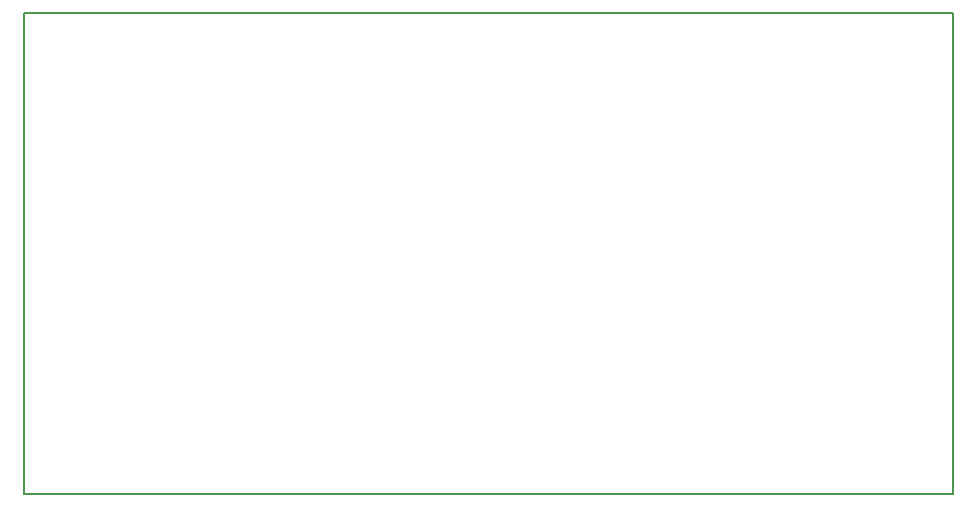
<source format=gko>
%FSLAX44Y44*%
%MOMM*%
G71*
G01*
G75*
G04 Layer_Color=16711935*
%ADD10R,1.3000X2.1000*%
%ADD11O,2.0000X1.0000*%
%ADD12O,4.0000X1.0000*%
%ADD13R,0.6500X0.9000*%
%ADD14R,2.0000X2.0000*%
%ADD15O,1.0000X3.0000*%
%ADD16R,0.9000X0.6500*%
%ADD17R,1.3000X0.9000*%
%ADD18O,1.0000X2.0000*%
%ADD19R,0.9000X1.3000*%
%ADD20R,1.9000X4.0000*%
%ADD21R,1.3000X4.5000*%
%ADD22R,0.6500X1.1000*%
%ADD23R,1.0000X1.0000*%
%ADD24R,0.6000X1.5000*%
%ADD25R,1.4000X0.6000*%
%ADD26P,2.0566X8X112.5*%
%ADD27R,1.3970X2.5400*%
%ADD28R,2.5400X1.1430*%
%ADD29C,0.3000*%
%ADD30C,0.6000*%
%ADD31C,0.4000*%
%ADD32C,0.5000*%
%ADD33C,0.2000*%
%ADD34C,3.0000*%
%ADD35R,1.5000X1.5000*%
%ADD36C,1.5000*%
%ADD37C,3.5000*%
%ADD38C,0.8000*%
%ADD39C,0.7000*%
%ADD40C,1.0000*%
%ADD41C,0.2500*%
%ADD42C,0.1000*%
%ADD43C,0.2540*%
%ADD44C,0.0127*%
%ADD45C,0.1500*%
%ADD46R,1.5032X2.3032*%
%ADD47O,2.2032X1.2032*%
%ADD48O,4.2032X1.2032*%
%ADD49R,0.8532X1.1032*%
%ADD50R,2.2032X2.2032*%
%ADD51O,1.2032X3.2032*%
%ADD52R,1.1032X0.8532*%
%ADD53R,1.5032X1.1032*%
%ADD54O,1.2032X2.2032*%
%ADD55R,1.1032X1.5032*%
%ADD56R,2.1032X4.2032*%
%ADD57R,1.5032X4.7032*%
%ADD58R,0.8532X1.3032*%
%ADD59R,1.2032X1.2032*%
%ADD60R,0.8032X1.7032*%
%ADD61R,1.6032X0.8032*%
%ADD62P,2.2765X8X112.5*%
%ADD63R,1.6002X2.7432*%
%ADD64R,2.7432X1.3462*%
%ADD65C,3.2032*%
%ADD66R,1.7032X1.7032*%
%ADD67C,1.7032*%
%ADD68C,3.7032*%
%ADD69C,0.0508*%
D33*
X-1260Y-2731D02*
X784739D01*
Y404000D01*
X-1260D02*
X784739D01*
X-1260Y-2731D02*
Y404000D01*
M02*

</source>
